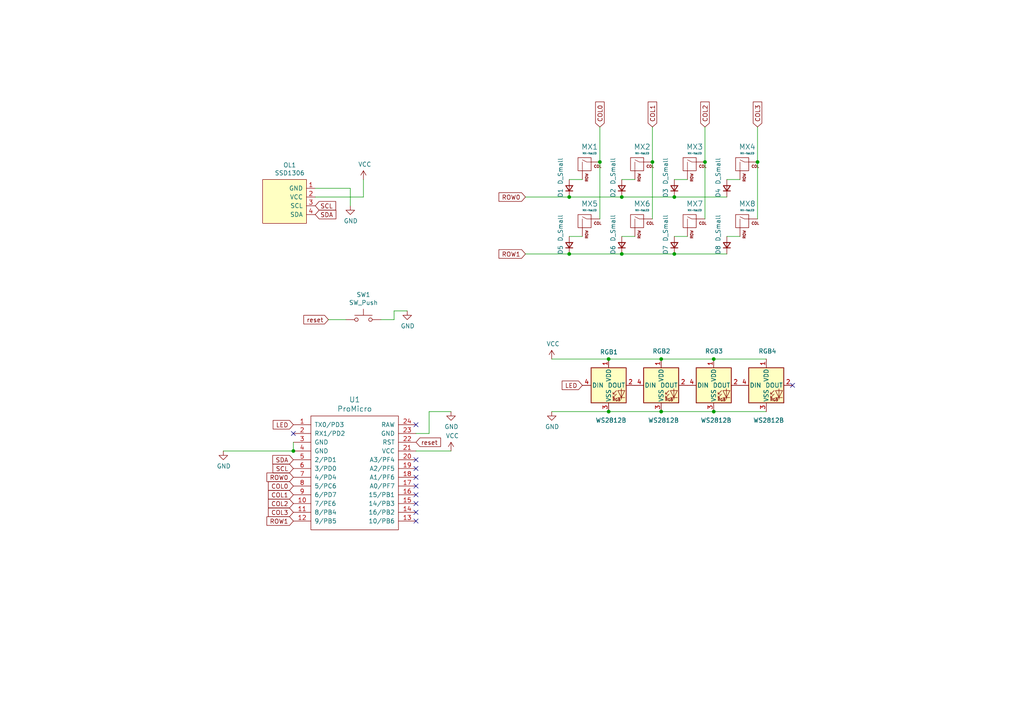
<source format=kicad_sch>
(kicad_sch (version 20211123) (generator eeschema)
  (paper "A4")
  (lib_symbols
    (symbol "Device:D_Small" (pin_numbers hide) (pin_names (offset 0.254) hide)
      (property "Reference" "D" (at -1.27 2.032 0))
      (property "Value" "D_Small" (at -3.81 -2.032 0))
      (symbol "D_Small_0_1"
        (polyline (pts (xy -0.762 -1.016) (xy -0.762 1.016)) (stroke (width 0.254)))
        (polyline (pts (xy -0.762 0) (xy 0.762 0)))
        (polyline (pts (xy 0.762 -1.016) (xy -0.762 0) (xy 0.762 1.016) (xy 0.762 -1.016)) (stroke (width 0.254)))
      )
      (symbol "D_Small_1_1"
        (pin passive line (at -2.54 0 0) (length 1.778) (name "K") (number "1"))
        (pin passive line (at 2.54 0 180) (length 1.778) (name "A") (number "2"))
      )
    )
    (symbol "LED:WS2812B" (pin_names (offset 0.254))
      (property "Reference" "D" (at 5.08 5.715 0))
      (property "Value" "WS2812B" (at 1.27 -5.715 0))
      (symbol "WS2812B_0_0"
        (text "RGB" (at 2.286 -4.191 0) (effects (font (size 0.762 0.762))))
      )
      (symbol "WS2812B_0_1"
        (polyline (pts (xy 1.27 -3.556) (xy 1.778 -3.556)))
        (polyline (pts (xy 1.27 -2.54) (xy 1.778 -2.54)))
        (polyline (pts (xy 4.699 -3.556) (xy 2.667 -3.556)))
        (polyline (pts (xy 2.286 -2.54) (xy 1.27 -3.556) (xy 1.27 -3.048)))
        (polyline (pts (xy 2.286 -1.524) (xy 1.27 -2.54) (xy 1.27 -2.032)))
        (polyline (pts (xy 3.683 -1.016) (xy 3.683 -3.556) (xy 3.683 -4.064)))
        (polyline (pts (xy 4.699 -1.524) (xy 2.667 -1.524) (xy 3.683 -3.556) (xy 4.699 -1.524)))
        (rectangle (start 5.08 5.08) (end -5.08 -5.08) (stroke (width 0.254)) (fill (type background)))
      )
      (symbol "WS2812B_1_1"
        (pin power_in line (at 0 7.62 270) (length 2.54) (name "VDD") (number "1"))
        (pin output line (at 7.62 0 180) (length 2.54) (name "DOUT") (number "2"))
        (pin power_in line (at 0 -7.62 90) (length 2.54) (name "VSS") (number "3"))
        (pin input line (at -7.62 0 0) (length 2.54) (name "DIN") (number "4"))
      )
    )
    (symbol "MX_Alps_Hybrid:MX-NoLED" (pin_names (offset 1.016))
      (property "Reference" "MX" (at -0.635 3.81 0))
      (property "Value" "MX_Alps_Hybrid_MX-NoLED" (at -0.635 1.27 0))
      (symbol "MX-NoLED_0_0"
        (rectangle (start -2.54 2.54) (end 1.27 -1.27))
        (polyline (pts (xy -1.27 -1.27) (xy -1.27 1.27)) (stroke (width 0.127)))
        (polyline (pts (xy 1.27 1.27) (xy 0 1.27) (xy -1.27 1.905)) (stroke (width 0.127)))
        (text "COL" (at 3.175 0 0) (effects (font (size 0.762 0.762))))
        (text "ROW" (at 0 -1.905 900) (effects (font (size 0.762 0.762)) (justify right)))
      )
      (symbol "MX-NoLED_1_1"
        (pin passive line (at 3.81 1.27 180) (length 2.54) (name "COL") (number "1"))
        (pin passive line (at -1.27 -3.81 90) (length 2.54) (name "ROW") (number "2"))
      )
    )
    (symbol "SSD1306-128x64_OLED:SSD1306" (pin_names (offset 1.016))
      (property "Reference" "Brd" (at 0 -3.81 0))
      (property "Value" "SSD1306-128x64_OLED_SSD1306" (at 0 -1.27 0))
      (symbol "SSD1306_0_1"
        (rectangle (start -6.35 6.35) (end 6.35 -6.35) (fill (type background)))
      )
      (symbol "SSD1306_1_1"
        (pin input line (at -3.81 8.89 270) (length 2.54) (name "GND") (number "1"))
        (pin input line (at -1.27 8.89 270) (length 2.54) (name "VCC") (number "2"))
        (pin input line (at 1.27 8.89 270) (length 2.54) (name "SCL") (number "3"))
        (pin input line (at 3.81 8.89 270) (length 2.54) (name "SDA") (number "4"))
      )
    )
    (symbol "Switch:SW_Push" (pin_numbers hide) (pin_names (offset 1.016) hide)
      (property "Reference" "SW" (at 1.27 2.54 0))
      (property "Value" "SW_Push" (at 0 -1.524 0))
      (symbol "SW_Push_0_1"
        (circle (center -2.032 0) (radius 0.508))
        (polyline (pts (xy 0 1.27) (xy 0 3.048)))
        (polyline (pts (xy 2.54 1.27) (xy -2.54 1.27)))
        (circle (center 2.032 0) (radius 0.508))
        (pin passive line (at -5.08 0 0) (length 2.54) (name "1") (number "1"))
        (pin passive line (at 5.08 0 180) (length 2.54) (name "2") (number "2"))
      )
    )
    (symbol "keebio:ProMicro" (pin_names (offset 1.016))
      (property "Reference" "U" (at 0 0 0))
      (property "Value" "keebio_ProMicro" (at 0 -19.05 0))
      (symbol "ProMicro_0_1"
        (rectangle (start -12.7 -16.51) (end 12.7 16.51))
      )
      (symbol "ProMicro_1_1"
        (pin input line (at -17.78 13.97 0) (length 5.08) (name "TX0/PD3") (number "1"))
        (pin input line (at -17.78 -8.89 0) (length 5.08) (name "7/PE6") (number "10"))
        (pin input line (at -17.78 -11.43 0) (length 5.08) (name "8/PB4") (number "11"))
        (pin input line (at -17.78 -13.97 0) (length 5.08) (name "9/PB5") (number "12"))
        (pin input line (at 17.78 -13.97 180) (length 5.08) (name "10/PB6") (number "13"))
        (pin input line (at 17.78 -11.43 180) (length 5.08) (name "16/PB2") (number "14"))
        (pin input line (at 17.78 -8.89 180) (length 5.08) (name "14/PB3") (number "15"))
        (pin input line (at 17.78 -6.35 180) (length 5.08) (name "15/PB1") (number "16"))
        (pin input line (at 17.78 -3.81 180) (length 5.08) (name "A0/PF7") (number "17"))
        (pin input line (at 17.78 -1.27 180) (length 5.08) (name "A1/PF6") (number "18"))
        (pin input line (at 17.78 1.27 180) (length 5.08) (name "A2/PF5") (number "19"))
        (pin input line (at -17.78 11.43 0) (length 5.08) (name "RX1/PD2") (number "2"))
        (pin input line (at 17.78 3.81 180) (length 5.08) (name "A3/PF4") (number "20"))
        (pin input line (at 17.78 6.35 180) (length 5.08) (name "VCC") (number "21"))
        (pin input line (at 17.78 8.89 180) (length 5.08) (name "RST") (number "22"))
        (pin input line (at 17.78 11.43 180) (length 5.08) (name "GND") (number "23"))
        (pin input line (at 17.78 13.97 180) (length 5.08) (name "RAW") (number "24"))
        (pin input line (at -17.78 8.89 0) (length 5.08) (name "GND") (number "3"))
        (pin input line (at -17.78 6.35 0) (length 5.08) (name "GND") (number "4"))
        (pin input line (at -17.78 3.81 0) (length 5.08) (name "2/PD1") (number "5"))
        (pin input line (at -17.78 1.27 0) (length 5.08) (name "3/PD0") (number "6"))
        (pin input line (at -17.78 -1.27 0) (length 5.08) (name "4/PD4") (number "7"))
        (pin input line (at -17.78 -3.81 0) (length 5.08) (name "5/PC6") (number "8"))
        (pin input line (at -17.78 -6.35 0) (length 5.08) (name "6/PD7") (number "9"))
      )
    )
    (symbol "power:GND" (power) (pin_names (offset 0))
      (property "Value" "GND" (at 0 -3.81 0))
      (symbol "GND_0_1"
        (polyline (pts (xy 0 0) (xy 0 -1.27) (xy 1.27 -1.27) (xy 0 -2.54) (xy -1.27 -1.27) (xy 0 -1.27)))
      )
      (symbol "GND_1_1"
        (pin power_in line (at 0 0 270) (length 0) hide (name "GND") (number "1"))
      )
    )
    (symbol "power:VCC" (power) (pin_names (offset 0))
      (property "Value" "VCC" (at 0 3.81 0))
      (symbol "VCC_0_1"
        (polyline (pts (xy -0.762 1.27) (xy 0 2.54)))
        (polyline (pts (xy 0 0) (xy 0 2.54)))
        (polyline (pts (xy 0 2.54) (xy 0.762 1.27)))
      )
      (symbol "VCC_1_1"
        (pin power_in line (at 0 0 90) (length 0) hide (name "VCC") (number "1"))
      )
    )
  )
  (junction (at 219.71 46.99))
  (junction (at 204.47 46.99))
  (junction (at 85.09 130.81))
  (junction (at 189.23 46.99))
  (junction (at 195.58 57.15))
  (junction (at 195.58 73.66))
  (junction (at 207.01 104.14))
  (junction (at 165.1 57.15))
  (junction (at 176.53 104.14))
  (junction (at 207.01 119.38))
  (junction (at 191.77 104.14))
  (junction (at 180.34 57.15))
  (junction (at 165.1 73.66))
  (junction (at 176.53 119.38))
  (junction (at 180.34 73.66))
  (junction (at 173.99 46.99))
  (junction (at 191.77 119.38))
  (no_connect (at 120.65 135.89))
  (no_connect (at 120.65 133.35))
  (no_connect (at 120.65 146.05))
  (no_connect (at 120.65 143.51))
  (no_connect (at 120.65 140.97))
  (no_connect (at 120.65 138.43))
  (no_connect (at 120.65 123.19))
  (no_connect (at 120.65 148.59))
  (no_connect (at 120.65 151.13))
  (no_connect (at 229.87 111.76))
  (no_connect (at 85.09 125.73))
  (wire (pts (xy 124.46 119.38) (xy 124.46 125.73)))
  (wire (pts (xy 214.63 68.58) (xy 210.82 68.58)))
  (wire (pts (xy 189.23 46.99) (xy 189.23 63.5)))
  (wire (pts (xy 114.3 92.71) (xy 114.3 90.17)))
  (wire (pts (xy 176.53 119.38) (xy 191.77 119.38)))
  (wire (pts (xy 105.41 52.07) (xy 105.41 57.15)))
  (wire (pts (xy 173.99 36.83) (xy 173.99 46.99)))
  (wire (pts (xy 130.81 119.38) (xy 124.46 119.38)))
  (wire (pts (xy 85.09 130.81) (xy 64.77 130.81)))
  (wire (pts (xy 210.82 73.66) (xy 195.58 73.66)))
  (wire (pts (xy 160.02 119.38) (xy 176.53 119.38)))
  (wire (pts (xy 204.47 46.99) (xy 204.47 63.5)))
  (wire (pts (xy 184.15 52.07) (xy 180.34 52.07)))
  (wire (pts (xy 195.58 57.15) (xy 210.82 57.15)))
  (wire (pts (xy 95.25 92.71) (xy 100.33 92.71)))
  (wire (pts (xy 165.1 73.66) (xy 152.4 73.66)))
  (wire (pts (xy 120.65 130.81) (xy 130.81 130.81)))
  (wire (pts (xy 199.39 68.58) (xy 195.58 68.58)))
  (wire (pts (xy 152.4 57.15) (xy 165.1 57.15)))
  (wire (pts (xy 101.6 54.61) (xy 101.6 59.69)))
  (wire (pts (xy 168.91 68.58) (xy 165.1 68.58)))
  (wire (pts (xy 199.39 52.07) (xy 195.58 52.07)))
  (wire (pts (xy 180.34 57.15) (xy 195.58 57.15)))
  (wire (pts (xy 110.49 92.71) (xy 114.3 92.71)))
  (wire (pts (xy 165.1 57.15) (xy 180.34 57.15)))
  (wire (pts (xy 191.77 119.38) (xy 207.01 119.38)))
  (wire (pts (xy 85.09 128.27) (xy 85.09 130.81)))
  (wire (pts (xy 120.65 125.73) (xy 124.46 125.73)))
  (wire (pts (xy 114.3 90.17) (xy 118.11 90.17)))
  (wire (pts (xy 160.02 104.14) (xy 176.53 104.14)))
  (wire (pts (xy 189.23 36.83) (xy 189.23 46.99)))
  (wire (pts (xy 180.34 73.66) (xy 165.1 73.66)))
  (wire (pts (xy 219.71 46.99) (xy 219.71 63.5)))
  (wire (pts (xy 91.44 54.61) (xy 101.6 54.61)))
  (wire (pts (xy 222.25 119.38) (xy 207.01 119.38)))
  (wire (pts (xy 173.99 46.99) (xy 173.99 63.5)))
  (wire (pts (xy 207.01 104.14) (xy 222.25 104.14)))
  (wire (pts (xy 168.91 52.07) (xy 165.1 52.07)))
  (wire (pts (xy 176.53 104.14) (xy 191.77 104.14)))
  (wire (pts (xy 219.71 36.83) (xy 219.71 46.99)))
  (wire (pts (xy 184.15 68.58) (xy 180.34 68.58)))
  (wire (pts (xy 91.44 57.15) (xy 105.41 57.15)))
  (wire (pts (xy 191.77 104.14) (xy 207.01 104.14)))
  (wire (pts (xy 195.58 73.66) (xy 180.34 73.66)))
  (wire (pts (xy 214.63 52.07) (xy 210.82 52.07)))
  (wire (pts (xy 204.47 36.83) (xy 204.47 46.99)))
  (global_label "ROW0" (shape input) (at 85.09 138.43 180) (property "Intersheet References" "${INTERSHEET_REFS}" (effects hide)))
  (global_label "LED" (shape input) (at 85.09 123.19 180) (property "Intersheet References" "${INTERSHEET_REFS}" (effects hide)))
  (global_label "COL3" (shape input) (at 219.71 36.83 90) (property "Intersheet References" "${INTERSHEET_REFS}" (effects hide)))
  (global_label "SDA" (shape input) (at 91.44 62.23 0) (property "Intersheet References" "${INTERSHEET_REFS}" (effects hide)))
  (global_label "COL1" (shape input) (at 189.23 36.83 90) (property "Intersheet References" "${INTERSHEET_REFS}" (effects hide)))
  (global_label "reset" (shape input) (at 95.25 92.71 180) (property "Intersheet References" "${INTERSHEET_REFS}" (effects hide)))
  (global_label "SCL" (shape input) (at 91.44 59.69 0) (property "Intersheet References" "${INTERSHEET_REFS}" (effects hide)))
  (global_label "COL1" (shape input) (at 85.09 143.51 180) (property "Intersheet References" "${INTERSHEET_REFS}" (effects hide)))
  (global_label "COL2" (shape input) (at 85.09 146.05 180) (property "Intersheet References" "${INTERSHEET_REFS}" (effects hide)))
  (global_label "ROW1" (shape input) (at 152.4 73.66 180) (property "Intersheet References" "${INTERSHEET_REFS}" (effects hide)))
  (global_label "LED" (shape input) (at 168.91 111.76 180) (property "Intersheet References" "${INTERSHEET_REFS}" (effects hide)))
  (global_label "COL0" (shape input) (at 85.09 140.97 180) (property "Intersheet References" "${INTERSHEET_REFS}" (effects hide)))
  (global_label "COL2" (shape input) (at 204.47 36.83 90) (property "Intersheet References" "${INTERSHEET_REFS}" (effects hide)))
  (global_label "COL3" (shape input) (at 85.09 148.59 180) (property "Intersheet References" "${INTERSHEET_REFS}" (effects hide)))
  (global_label "COL0" (shape input) (at 173.99 36.83 90) (property "Intersheet References" "${INTERSHEET_REFS}" (effects hide)))
  (global_label "SDA" (shape input) (at 85.09 133.35 180) (property "Intersheet References" "${INTERSHEET_REFS}" (effects hide)))
  (global_label "ROW0" (shape input) (at 152.4 57.15 180) (property "Intersheet References" "${INTERSHEET_REFS}" (effects hide)))
  (global_label "reset" (shape input) (at 120.65 128.27 0) (property "Intersheet References" "${INTERSHEET_REFS}" (effects hide)))
  (global_label "SCL" (shape input) (at 85.09 135.89 180) (property "Intersheet References" "${INTERSHEET_REFS}" (effects hide)))
  (global_label "ROW1" (shape input) (at 85.09 151.13 180) (property "Intersheet References" "${INTERSHEET_REFS}" (effects hide)))
  (symbol (lib_id "keebio:ProMicro") (at 102.87 137.16 0) (unit 1)
    (property "Reference" "U1" (at 102.87 115.9002 0) (effects (font (size 1.524 1.524))))
    (property "Value" "ProMicro" (at 102.87 118.5926 0) (effects (font (size 1.524 1.524))))
    (property "Footprint" "Keebio-Parts:ArduinoProMicro" (effects hide))
  )
  (symbol (lib_id "power:GND") (at 64.77 130.81 0) (unit 1)
    (property "Reference" "#PWR0101" (effects hide))
    (property "Value" "GND" (at 64.897 135.2042 0))
  )
  (symbol (lib_id "power:GND") (at 130.81 119.38 0) (unit 1)
    (property "Reference" "#PWR0103" (effects hide))
    (property "Value" "GND" (at 130.937 123.7742 0))
  )
  (symbol (lib_id "MX_Alps_Hybrid:MX-NoLED") (at 170.18 48.26 0) (unit 1)
    (property "Reference" "MX1" (at 171.0182 42.5958 0) (effects (font (size 1.524 1.524))))
    (property "Value" "MX-NoLED" (at 171.0182 44.4754 0) (effects (font (size 0.508 0.508))))
    (property "Footprint" "MX_Only:MXOnly-1U-Hotswap" (effects hide))
  )
  (symbol (lib_id "Device:D_Small") (at 165.1 54.61 90) (unit 1)
    (property "Reference" "D1" (at 162.56 54.61 0) (effects (justify right)))
    (property "Value" "D_Small" (at 162.56 45.72 0) (effects (justify right)))
    (property "Footprint" "Keebio-Parts:Diode" (effects hide))
  )
  (symbol (lib_id "MX_Alps_Hybrid:MX-NoLED") (at 185.42 48.26 0) (unit 1)
    (property "Reference" "MX2" (at 186.2582 42.5958 0) (effects (font (size 1.524 1.524))))
    (property "Value" "MX-NoLED" (at 186.2582 44.4754 0) (effects (font (size 0.508 0.508))))
    (property "Footprint" "MX_Only:MXOnly-1U-Hotswap" (effects hide))
  )
  (symbol (lib_id "Device:D_Small") (at 180.34 54.61 90) (unit 1)
    (property "Reference" "D2" (at 177.8 54.61 0) (effects (justify right)))
    (property "Value" "D_Small" (at 177.8 45.72 0) (effects (justify right)))
    (property "Footprint" "Keebio-Parts:Diode" (effects hide))
  )
  (symbol (lib_id "MX_Alps_Hybrid:MX-NoLED") (at 200.66 48.26 0) (unit 1)
    (property "Reference" "MX3" (at 201.4982 42.5958 0) (effects (font (size 1.524 1.524))))
    (property "Value" "MX-NoLED" (at 201.4982 44.4754 0) (effects (font (size 0.508 0.508))))
    (property "Footprint" "MX_Only:MXOnly-1U-Hotswap" (effects hide))
  )
  (symbol (lib_id "Device:D_Small") (at 195.58 54.61 90) (unit 1)
    (property "Reference" "D3" (at 193.04 54.61 0) (effects (justify right)))
    (property "Value" "D_Small" (at 193.04 45.72 0) (effects (justify right)))
    (property "Footprint" "Keebio-Parts:Diode" (effects hide))
  )
  (symbol (lib_id "MX_Alps_Hybrid:MX-NoLED") (at 215.9 48.26 0) (unit 1)
    (property "Reference" "MX4" (at 216.7382 42.5958 0) (effects (font (size 1.524 1.524))))
    (property "Value" "MX-NoLED" (at 216.7382 44.4754 0) (effects (font (size 0.508 0.508))))
    (property "Footprint" "MX_Only:MXOnly-1U-Hotswap" (effects hide))
  )
  (symbol (lib_id "Device:D_Small") (at 210.82 54.61 90) (unit 1)
    (property "Reference" "D4" (at 208.28 54.61 0) (effects (justify right)))
    (property "Value" "D_Small" (at 208.28 45.72 0) (effects (justify right)))
    (property "Footprint" "Keebio-Parts:Diode" (effects hide))
  )
  (symbol (lib_id "MX_Alps_Hybrid:MX-NoLED") (at 170.18 64.77 0) (unit 1)
    (property "Reference" "MX5" (at 171.0182 59.1058 0) (effects (font (size 1.524 1.524))))
    (property "Value" "MX-NoLED" (at 171.0182 60.9854 0) (effects (font (size 0.508 0.508))))
    (property "Footprint" "MX_Only:MXOnly-1U-Hotswap" (effects hide))
  )
  (symbol (lib_id "Device:D_Small") (at 165.1 71.12 90) (unit 1)
    (property "Reference" "D5" (at 162.56 71.12 0) (effects (justify right)))
    (property "Value" "D_Small" (at 162.56 62.23 0) (effects (justify right)))
    (property "Footprint" "Keebio-Parts:Diode" (effects hide))
  )
  (symbol (lib_id "MX_Alps_Hybrid:MX-NoLED") (at 185.42 64.77 0) (unit 1)
    (property "Reference" "MX6" (at 186.2582 59.1058 0) (effects (font (size 1.524 1.524))))
    (property "Value" "MX-NoLED" (at 186.2582 60.9854 0) (effects (font (size 0.508 0.508))))
    (property "Footprint" "MX_Only:MXOnly-1U-Hotswap" (effects hide))
  )
  (symbol (lib_id "Device:D_Small") (at 180.34 71.12 90) (unit 1)
    (property "Reference" "D6" (at 177.8 71.12 0) (effects (justify right)))
    (property "Value" "D_Small" (at 177.8 62.23 0) (effects (justify right)))
    (property "Footprint" "Keebio-Parts:Diode" (effects hide))
  )
  (symbol (lib_id "MX_Alps_Hybrid:MX-NoLED") (at 200.66 64.77 0) (unit 1)
    (property "Reference" "MX7" (at 201.4982 59.1058 0) (effects (font (size 1.524 1.524))))
    (property "Value" "MX-NoLED" (at 201.4982 60.9854 0) (effects (font (size 0.508 0.508))))
    (property "Footprint" "MX_Only:MXOnly-1U-Hotswap" (effects hide))
  )
  (symbol (lib_id "Device:D_Small") (at 195.58 71.12 90) (unit 1)
    (property "Reference" "D7" (at 193.04 71.12 0) (effects (justify right)))
    (property "Value" "D_Small" (at 193.04 62.23 0) (effects (justify right)))
    (property "Footprint" "Keebio-Parts:Diode" (effects hide))
  )
  (symbol (lib_id "MX_Alps_Hybrid:MX-NoLED") (at 215.9 64.77 0) (unit 1)
    (property "Reference" "MX8" (at 216.7382 59.1058 0) (effects (font (size 1.524 1.524))))
    (property "Value" "MX-NoLED" (at 216.7382 60.9854 0) (effects (font (size 0.508 0.508))))
    (property "Footprint" "MX_Only:MXOnly-1U-Hotswap" (effects hide))
  )
  (symbol (lib_id "Device:D_Small") (at 210.82 71.12 90) (unit 1)
    (property "Reference" "D8" (at 208.28 71.12 0) (effects (justify right)))
    (property "Value" "D_Small" (at 208.28 62.23 0) (effects (justify right)))
    (property "Footprint" "Keebio-Parts:Diode" (effects hide))
  )
  (symbol (lib_id "power:VCC") (at 130.81 130.81 0) (unit 1)
    (property "Reference" "#PWR0102" (effects hide))
    (property "Value" "VCC" (at 131.191 126.4158 0))
  )
  (symbol (lib_id "LED:WS2812B") (at 176.53 111.76 0) (unit 1)
    (property "Reference" "RGB1" (at 173.99 102.108 0) (effects (justify left)))
    (property "Value" "WS2812B" (at 172.72 121.92 0) (effects (justify left)))
    (property "Footprint" "Keebio-Parts:WS2812B" (effects hide))
    (property "Datasheet" "https://cdn-shop.adafruit.com/datasheets/WS2812B.pdf" (effects hide))
  )
  (symbol (lib_id "Switch:SW_Push") (at 105.41 92.71 0) (unit 1)
    (property "Reference" "SW1" (at 105.41 85.471 0))
    (property "Value" "SW_Push" (at 105.41 87.7824 0))
    (property "Footprint" "Keebio-Parts:SW_Tactile_SPST_Angled_MJTP1117" (effects hide))
  )
  (symbol (lib_id "power:GND") (at 118.11 90.17 0) (unit 1)
    (property "Reference" "#PWR0104" (effects hide))
    (property "Value" "GND" (at 118.237 94.5642 0))
  )
  (symbol (lib_id "LED:WS2812B") (at 191.77 111.76 0) (unit 1)
    (property "Reference" "RGB2" (at 189.23 101.854 0) (effects (justify left)))
    (property "Value" "WS2812B" (at 187.96 121.92 0) (effects (justify left)))
    (property "Footprint" "Keebio-Parts:WS2812B" (effects hide))
    (property "Datasheet" "https://cdn-shop.adafruit.com/datasheets/WS2812B.pdf" (effects hide))
  )
  (symbol (lib_id "LED:WS2812B") (at 207.01 111.76 0) (unit 1)
    (property "Reference" "RGB3" (at 204.47 101.854 0) (effects (justify left)))
    (property "Value" "WS2812B" (at 203.2 121.92 0) (effects (justify left)))
    (property "Footprint" "Keebio-Parts:WS2812B" (effects hide))
    (property "Datasheet" "https://cdn-shop.adafruit.com/datasheets/WS2812B.pdf" (effects hide))
  )
  (symbol (lib_id "power:GND") (at 160.02 119.38 0) (unit 1)
    (property "Reference" "#PWR0105" (effects hide))
    (property "Value" "GND" (at 160.147 123.7742 0))
  )
  (symbol (lib_id "power:VCC") (at 160.02 104.14 0) (unit 1)
    (property "Reference" "#PWR0106" (effects hide))
    (property "Value" "VCC" (at 160.401 99.7458 0))
  )
  (symbol (lib_id "power:GND") (at 101.6 59.69 0) (unit 1)
    (property "Reference" "#PWR0108" (effects hide))
    (property "Value" "GND" (at 101.727 64.0842 0))
  )
  (symbol (lib_id "power:VCC") (at 105.41 52.07 0) (unit 1)
    (property "Reference" "#PWR0107" (effects hide))
    (property "Value" "VCC" (at 105.791 47.6758 0))
  )
  (symbol (lib_id "SSD1306-128x64_OLED:SSD1306") (at 82.55 58.42 270) (unit 1)
    (property "Reference" "OL1" (at 84.0232 47.879 90))
    (property "Value" "SSD1306" (at 84.0232 50.1904 90))
    (property "Footprint" "SSD1306:128x64OLED" (effects hide))
  )
  (symbol (lib_id "LED:WS2812B") (at 222.25 111.76 0) (unit 1)
    (property "Reference" "RGB4" (at 219.964 101.854 0) (effects (justify left)))
    (property "Value" "WS2812B" (at 218.44 121.92 0) (effects (justify left)))
    (property "Footprint" "Keebio-Parts:WS2812B" (effects hide))
    (property "Datasheet" "https://cdn-shop.adafruit.com/datasheets/WS2812B.pdf" (effects hide))
  )
)
</source>
